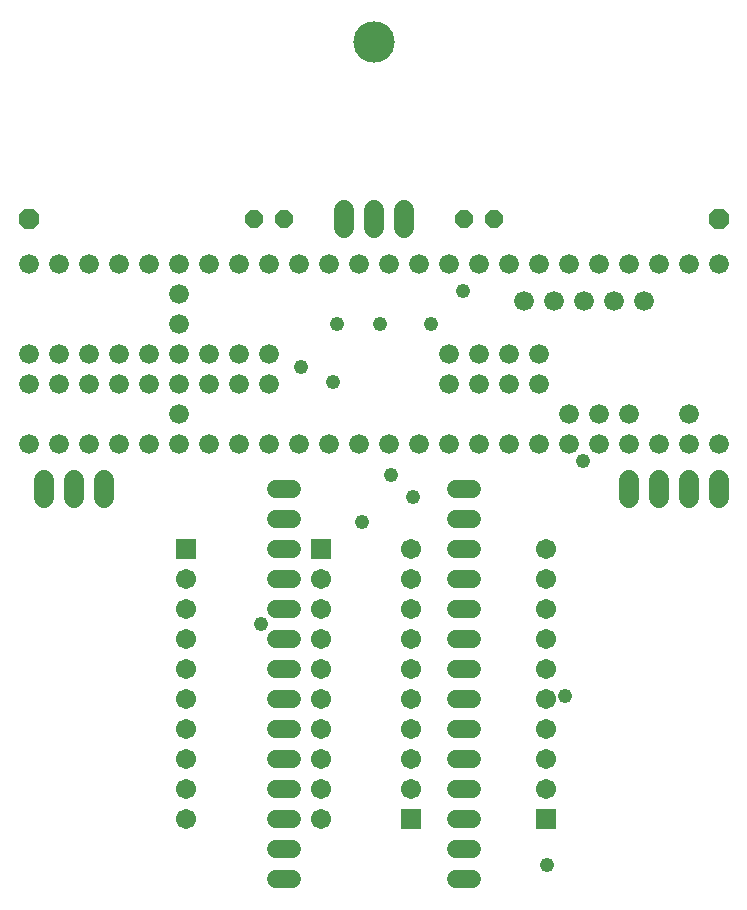
<source format=gbs>
G75*
%MOIN*%
%OFA0B0*%
%FSLAX25Y25*%
%IPPOS*%
%LPD*%
%AMOC8*
5,1,8,0,0,1.08239X$1,22.5*
%
%ADD10OC8,0.06800*%
%ADD11OC8,0.06000*%
%ADD12C,0.06800*%
%ADD13C,0.13800*%
%ADD14C,0.06000*%
%ADD15C,0.06600*%
%ADD16R,0.06737X0.06737*%
%ADD17C,0.06737*%
%ADD18C,0.04800*%
D10*
X0011000Y0231000D03*
X0241000Y0231000D03*
D11*
X0166000Y0231000D03*
X0156000Y0231000D03*
X0096000Y0231000D03*
X0086000Y0231000D03*
D12*
X0116000Y0228000D02*
X0116000Y0234000D01*
X0126000Y0234000D02*
X0126000Y0228000D01*
X0136000Y0228000D02*
X0136000Y0234000D01*
X0211000Y0144000D02*
X0211000Y0138000D01*
X0221000Y0138000D02*
X0221000Y0144000D01*
X0231000Y0144000D02*
X0231000Y0138000D01*
X0241000Y0138000D02*
X0241000Y0144000D01*
X0036000Y0144000D02*
X0036000Y0138000D01*
X0026000Y0138000D02*
X0026000Y0144000D01*
X0016000Y0144000D02*
X0016000Y0138000D01*
D13*
X0126000Y0290000D03*
D14*
X0098600Y0141000D02*
X0093400Y0141000D01*
X0093400Y0131000D02*
X0098600Y0131000D01*
X0098600Y0121000D02*
X0093400Y0121000D01*
X0093400Y0111000D02*
X0098600Y0111000D01*
X0098600Y0101000D02*
X0093400Y0101000D01*
X0093400Y0091000D02*
X0098600Y0091000D01*
X0098600Y0081000D02*
X0093400Y0081000D01*
X0093400Y0071000D02*
X0098600Y0071000D01*
X0098600Y0061000D02*
X0093400Y0061000D01*
X0093400Y0051000D02*
X0098600Y0051000D01*
X0098600Y0041000D02*
X0093400Y0041000D01*
X0093400Y0031000D02*
X0098600Y0031000D01*
X0098600Y0021000D02*
X0093400Y0021000D01*
X0093400Y0011000D02*
X0098600Y0011000D01*
X0153400Y0011000D02*
X0158600Y0011000D01*
X0158600Y0021000D02*
X0153400Y0021000D01*
X0153400Y0031000D02*
X0158600Y0031000D01*
X0158600Y0041000D02*
X0153400Y0041000D01*
X0153400Y0051000D02*
X0158600Y0051000D01*
X0158600Y0061000D02*
X0153400Y0061000D01*
X0153400Y0071000D02*
X0158600Y0071000D01*
X0158600Y0081000D02*
X0153400Y0081000D01*
X0153400Y0091000D02*
X0158600Y0091000D01*
X0158600Y0101000D02*
X0153400Y0101000D01*
X0153400Y0111000D02*
X0158600Y0111000D01*
X0158600Y0121000D02*
X0153400Y0121000D01*
X0153400Y0131000D02*
X0158600Y0131000D01*
X0158600Y0141000D02*
X0153400Y0141000D01*
D15*
X0151000Y0156000D03*
X0141000Y0156000D03*
X0131000Y0156000D03*
X0121000Y0156000D03*
X0111000Y0156000D03*
X0101000Y0156000D03*
X0091000Y0156000D03*
X0081000Y0156000D03*
X0071000Y0156000D03*
X0061000Y0156000D03*
X0061000Y0166000D03*
X0061000Y0176000D03*
X0061000Y0186000D03*
X0061000Y0196000D03*
X0061000Y0206000D03*
X0061000Y0216000D03*
X0051000Y0216000D03*
X0041000Y0216000D03*
X0031000Y0216000D03*
X0021000Y0216000D03*
X0011000Y0216000D03*
X0011000Y0186000D03*
X0011000Y0176000D03*
X0021000Y0176000D03*
X0021000Y0186000D03*
X0031000Y0186000D03*
X0031000Y0176000D03*
X0041000Y0176000D03*
X0041000Y0186000D03*
X0051000Y0186000D03*
X0051000Y0176000D03*
X0051000Y0156000D03*
X0041000Y0156000D03*
X0031000Y0156000D03*
X0021000Y0156000D03*
X0011000Y0156000D03*
X0071000Y0176000D03*
X0071000Y0186000D03*
X0081000Y0186000D03*
X0081000Y0176000D03*
X0091000Y0176000D03*
X0091000Y0186000D03*
X0091000Y0216000D03*
X0081000Y0216000D03*
X0071000Y0216000D03*
X0101000Y0216000D03*
X0111000Y0216000D03*
X0121000Y0216000D03*
X0131000Y0216000D03*
X0141000Y0216000D03*
X0151000Y0216000D03*
X0161000Y0216000D03*
X0171000Y0216000D03*
X0181000Y0216000D03*
X0191000Y0216000D03*
X0201000Y0216000D03*
X0211000Y0216000D03*
X0221000Y0216000D03*
X0231000Y0216000D03*
X0241000Y0216000D03*
X0216000Y0203900D03*
X0206000Y0203900D03*
X0196000Y0203900D03*
X0186000Y0203900D03*
X0176000Y0203900D03*
X0171000Y0186000D03*
X0171000Y0176000D03*
X0181000Y0176000D03*
X0181000Y0186000D03*
X0161000Y0186000D03*
X0161000Y0176000D03*
X0151000Y0176000D03*
X0151000Y0186000D03*
X0161000Y0156000D03*
X0171000Y0156000D03*
X0181000Y0156000D03*
X0191000Y0156000D03*
X0191000Y0166000D03*
X0201000Y0166000D03*
X0201000Y0156000D03*
X0211000Y0156000D03*
X0211000Y0166000D03*
X0221000Y0156000D03*
X0231000Y0156000D03*
X0231000Y0166000D03*
X0241000Y0156000D03*
D16*
X0183500Y0031000D03*
X0138500Y0031000D03*
X0108500Y0121000D03*
X0063500Y0121000D03*
D17*
X0063500Y0031000D03*
X0063500Y0041000D03*
X0063500Y0051000D03*
X0063500Y0061000D03*
X0063500Y0071000D03*
X0063500Y0081000D03*
X0063500Y0091000D03*
X0063500Y0101000D03*
X0063500Y0111000D03*
X0108500Y0111000D03*
X0108500Y0101000D03*
X0108500Y0091000D03*
X0108500Y0081000D03*
X0108500Y0071000D03*
X0108500Y0061000D03*
X0108500Y0051000D03*
X0108500Y0041000D03*
X0108500Y0031000D03*
X0138500Y0041000D03*
X0138500Y0051000D03*
X0138500Y0061000D03*
X0138500Y0071000D03*
X0138500Y0081000D03*
X0138500Y0091000D03*
X0138500Y0101000D03*
X0138500Y0111000D03*
X0138500Y0121000D03*
X0183500Y0121000D03*
X0183500Y0111000D03*
X0183500Y0101000D03*
X0183500Y0091000D03*
X0183500Y0081000D03*
X0183500Y0071000D03*
X0183500Y0061000D03*
X0183500Y0051000D03*
X0183500Y0041000D03*
D18*
X0183558Y0015628D03*
X0189576Y0072195D03*
X0139027Y0138390D03*
X0131806Y0145611D03*
X0122178Y0129965D03*
X0088478Y0096266D03*
X0112549Y0176903D03*
X0101717Y0181717D03*
X0113753Y0196160D03*
X0128195Y0196160D03*
X0145045Y0196160D03*
X0155877Y0206992D03*
X0195594Y0150425D03*
M02*

</source>
